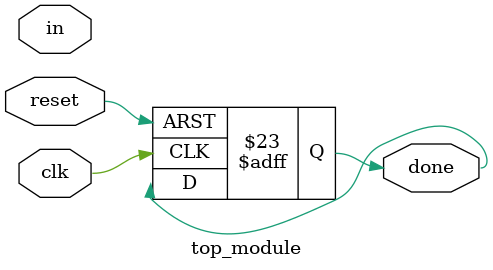
<source format=sv>
module top_module (
	input clk,
	input in,
	input reset,
	output done
);
	
	// Create enumeration for state
	typedef enum logic [2:0] {
		IDLE,
		START,
		DATA,
		STOP
	} state_t;
	
	reg state;
	reg [7:0] data;
	reg stop_bit;
	reg done;
	
	always_ff @(posedge clk or posedge reset) begin
		if (reset) begin
			state <= IDLE;
			data <= 0;
			stop_bit <= 0;
			done <= 0;
		end else begin
			case (state)
				IDLE: begin
					if (in == 1'b0) begin
						state <= START;
						data <= 0;
					end
				end
				
				START: begin
					if (in == 1'b0) begin
						state <= DATA;
						data <= 0;
					end else begin
						state <= IDLE;
					end
				end
				
				DATA: begin
					if (in == 1'b0) begin
						data <= {data[6:0], in};
						if (data[7] == 1) begin
							state <= STOP;
						end
					end else begin
						state <= IDLE;
					end
				end
				
				STOP: begin
					if (in == 1'b1) begin
						stop_bit <= in;
						if (stop_bit == 1) begin
							done <= 1;
						end
						state <= IDLE;
					end
				end
			endcase
		end
	end
	
endmodule

</source>
